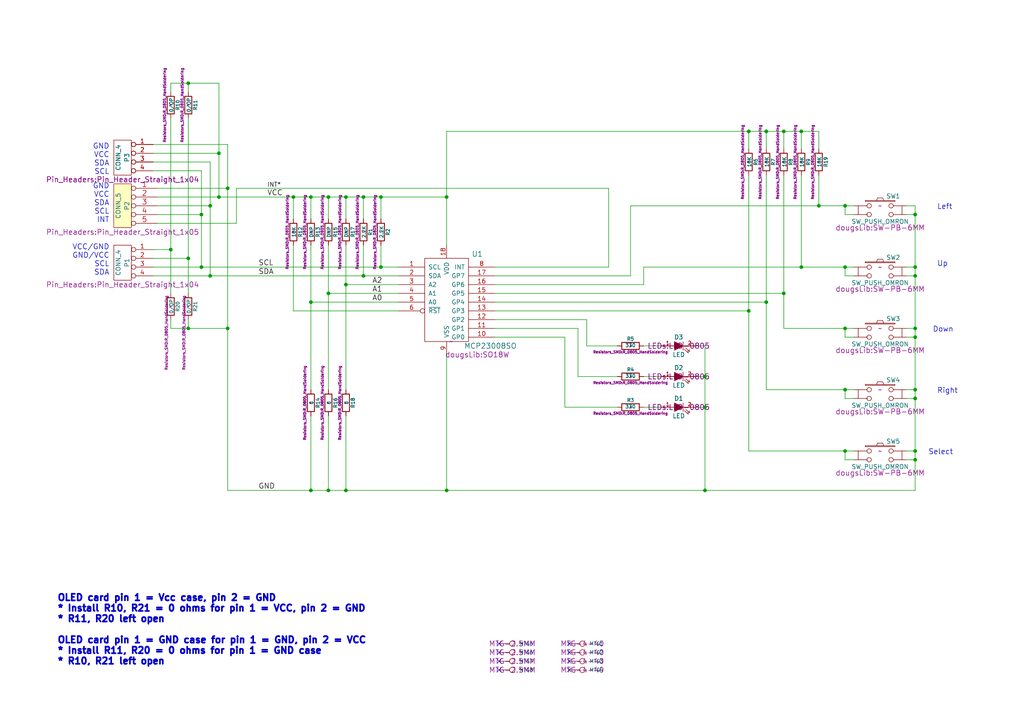
<source format=kicad_sch>
(kicad_sch (version 20211123) (generator eeschema)
  (paper "A4")
  (title_block (title "MYMENU") (date "2022-06-06") (rev "X4") (company "Land Boards LLC"))
  (lib_symbols
    (symbol "MyMenu-rescue:CONN_1" (pin_numbers hide) (pin_names (offset 0.762) hide)
      (property "Reference" "P" (at 2.032 0 0))
      (symbol "CONN_1_0_1"
        (polyline (pts (xy -0.762 0) (xy -1.27 0)))
        (circle (center 0 0) (radius 0.7874))
      )
      (symbol "CONN_1_1_1"
        (pin passive line (at -3.81 0 0) (length 2.54) (name "1") (number "1"))
      )
    )
    (symbol "MyMenu-rescue:CONN_4" (pin_names (offset 1.016) hide)
      (property "Reference" "P" (at -1.27 0 90))
      (property "Value" "CONN_4" (at 1.27 0 90))
      (symbol "CONN_4_0_1"
        (rectangle (start -2.54 5.08) (end 2.54 -5.08))
      )
      (symbol "CONN_4_1_1"
        (pin passive inverted (at -8.89 3.81 0) (length 6.35) (name "P1") (number "1"))
        (pin passive inverted (at -8.89 1.27 0) (length 6.35) (name "P2") (number "2"))
        (pin passive inverted (at -8.89 -1.27 0) (length 6.35) (name "P3") (number "3"))
        (pin passive inverted (at -8.89 -3.81 0) (length 6.35) (name "P4") (number "4"))
      )
    )
    (symbol "MyMenu-rescue:CONN_5" (pin_names (offset 1.016))
      (property "Reference" "P" (at -1.27 0 90))
      (property "Value" "CONN_5" (at 1.27 0 90))
      (symbol "CONN_5_0_1"
        (rectangle (start -2.54 6.35) (end 2.54 -6.35) (fill (type background)))
      )
      (symbol "CONN_5_1_1"
        (pin passive inverted (at -10.16 5.08 0) (length 7.62) (name "~") (number "1"))
        (pin passive inverted (at -10.16 2.54 0) (length 7.62) (name "~") (number "2"))
        (pin passive inverted (at -10.16 0 0) (length 7.62) (name "~") (number "3"))
        (pin passive inverted (at -10.16 -2.54 0) (length 7.62) (name "~") (number "4"))
        (pin passive inverted (at -10.16 -5.08 0) (length 7.62) (name "~") (number "5"))
      )
    )
    (symbol "MyMenu-rescue:LED-RESCUE-MyMenu" (pin_names (offset 1.016) hide)
      (property "Reference" "D" (at 0 2.54 0))
      (property "Value" "LED-RESCUE-MyMenu" (at 0 -2.54 0))
      (symbol "LED-RESCUE-MyMenu_0_1"
        (polyline (pts (xy 1.27 1.27) (xy 1.27 -1.27)))
        (polyline (pts (xy -1.27 1.27) (xy 1.27 0) (xy -1.27 -1.27)) (fill (type outline)))
        (polyline (pts (xy 1.651 -1.016) (xy 2.794 -2.032) (xy 2.667 -1.397)))
        (polyline (pts (xy 2.032 -0.635) (xy 3.175 -1.651) (xy 3.048 -1.016)))
      )
      (symbol "LED-RESCUE-MyMenu_1_1"
        (pin passive line (at -5.08 0 0) (length 3.81) (name "A") (number "1"))
        (pin passive line (at 5.08 0 180) (length 3.81) (name "K") (number "2"))
      )
    )
    (symbol "MyMenu-rescue:MCP23008P" (pin_names (offset 1.016))
      (property "Reference" "U" (at 7.62 25.4 0))
      (property "Value" "MCP23008P" (at 11.43 -1.27 0))
      (symbol "MCP23008P_0_1"
        (rectangle (start -7.62 0) (end 5.08 24.13))
      )
      (symbol "MCP23008P_1_1"
        (pin input line (at -15.24 21.59 0) (length 7.62) (name "SCL") (number "1"))
        (pin output line (at 12.7 1.27 180) (length 7.62) (name "GP0") (number "10"))
        (pin output line (at 12.7 3.81 180) (length 7.62) (name "GP1") (number "11"))
        (pin output line (at 12.7 6.35 180) (length 7.62) (name "GP2") (number "12"))
        (pin output line (at 12.7 8.89 180) (length 7.62) (name "GP3") (number "13"))
        (pin output line (at 12.7 11.43 180) (length 7.62) (name "GP4") (number "14"))
        (pin output line (at 12.7 13.97 180) (length 7.62) (name "GP5") (number "15"))
        (pin output line (at 12.7 16.51 180) (length 7.62) (name "GP6") (number "16"))
        (pin bidirectional line (at 12.7 19.05 180) (length 7.62) (name "GP7") (number "17"))
        (pin power_in line (at -1.27 27.94 270) (length 3.81) (name "VDD") (number "18"))
        (pin input line (at -15.24 19.05 0) (length 7.62) (name "SDA") (number "2"))
        (pin input line (at -15.24 16.51 0) (length 7.62) (name "A2") (number "3"))
        (pin input line (at -15.24 13.97 0) (length 7.62) (name "A1") (number "4"))
        (pin input line (at -15.24 11.43 0) (length 7.62) (name "A0") (number "5"))
        (pin input inverted (at -15.24 8.89 0) (length 7.62) (name "~{RST}") (number "6"))
        (pin output line (at 12.7 21.59 180) (length 7.62) (name "INT") (number "8"))
        (pin power_in line (at -1.27 -3.81 90) (length 3.81) (name "VSS") (number "9"))
      )
    )
    (symbol "MyMenu-rescue:R" (pin_numbers hide) (pin_names (offset 0))
      (property "Reference" "R" (at 2.032 0 90))
      (property "Value" "R" (at 0 0 90))
      (symbol "R_0_1"
        (rectangle (start -1.016 -2.54) (end 1.016 2.54) (stroke (width 0.254)))
      )
      (symbol "R_1_1"
        (pin passive line (at 0 3.81 270) (length 1.27) (name "~") (number "1"))
        (pin passive line (at 0 -3.81 90) (length 1.27) (name "~") (number "2"))
      )
    )
    (symbol "MyMenu-rescue:SW_PUSH_OMRON" (pin_numbers hide) (pin_names (offset 1.016) hide)
      (property "Reference" "SW" (at 3.81 2.794 0))
      (property "Value" "SW_PUSH_OMRON" (at 0 -4.572 0))
      (symbol "SW_PUSH_OMRON_0_1"
        (rectangle (start -4.318 1.27) (end 4.318 1.524))
        (circle (center -3.81 -2.54) (radius 0.0001))
        (polyline (pts (xy -6.35 0) (xy -6.35 -2.54)))
        (polyline (pts (xy 6.35 0) (xy 6.35 -2.54)))
        (polyline (pts (xy -1.016 1.524) (xy -0.762 2.286) (xy 0.762 2.286) (xy 1.016 1.524)))
        (pin passive inverted (at -7.62 0 0) (length 5.08) (name "1") (number "1"))
        (pin passive inverted (at 7.62 0 180) (length 5.08) (name "3") (number "3"))
      )
      (symbol "SW_PUSH_OMRON_1_1"
        (pin passive inverted (at -7.62 -2.54 0) (length 5.08) (name "2") (number "2"))
        (pin passive inverted (at 7.62 -2.54 180) (length 5.08) (name "4") (number "4"))
      )
    )
  )
  (junction (at 63.5 57.15))
  (junction (at 95.25 57.15))
  (junction (at 265.43 97.79))
  (junction (at 265.43 130.81))
  (junction (at 265.43 95.25))
  (junction (at 204.47 118.11))
  (junction (at 245.11 130.81))
  (junction (at 110.49 57.15))
  (junction (at 204.47 109.22))
  (junction (at 60.96 80.01))
  (junction (at 90.17 142.24))
  (junction (at 245.11 59.69))
  (junction (at 63.5 44.45))
  (junction (at 95.25 142.24))
  (junction (at 58.42 77.47))
  (junction (at 60.96 59.69))
  (junction (at 227.33 38.1))
  (junction (at 245.11 113.03))
  (junction (at 90.17 87.63))
  (junction (at 204.47 142.24))
  (junction (at 129.54 57.15))
  (junction (at 90.17 57.15))
  (junction (at 85.09 57.15))
  (junction (at 54.61 24.13))
  (junction (at 217.17 38.1))
  (junction (at 222.25 87.63))
  (junction (at 265.43 133.35))
  (junction (at 66.04 95.25))
  (junction (at 129.54 142.24))
  (junction (at 54.61 74.93))
  (junction (at 232.41 38.1))
  (junction (at 227.33 85.09))
  (junction (at 265.43 115.57))
  (junction (at 265.43 62.23))
  (junction (at 265.43 80.01))
  (junction (at 245.11 77.47))
  (junction (at 66.04 54.61))
  (junction (at 95.25 85.09))
  (junction (at 232.41 77.47))
  (junction (at 217.17 90.17))
  (junction (at 237.49 59.69))
  (junction (at 100.33 142.24))
  (junction (at 105.41 57.15))
  (junction (at 265.43 113.03))
  (junction (at 100.33 82.55))
  (junction (at 265.43 77.47))
  (junction (at 49.53 72.39))
  (junction (at 54.61 95.25))
  (junction (at 110.49 77.47))
  (junction (at 105.41 80.01))
  (junction (at 222.25 38.1))
  (junction (at 100.33 57.15))
  (junction (at 58.42 62.23))
  (junction (at 245.11 95.25))
  (no_connect (at 144.78 194.31))
  (no_connect (at 165.1 186.69))
  (no_connect (at 165.1 189.23))
  (no_connect (at 144.78 189.23))
  (no_connect (at 165.1 191.77))
  (no_connect (at 144.78 191.77))
  (no_connect (at 144.78 186.69))
  (no_connect (at 165.1 194.31))
  (wire (pts (xy 44.45 80.01) (xy 60.96 80.01)))
  (wire (pts (xy 68.58 64.77) (xy 68.58 54.61)))
  (wire (pts (xy 262.89 80.01) (xy 265.43 80.01)))
  (wire (pts (xy 105.41 57.15) (xy 110.49 57.15)))
  (wire (pts (xy 217.17 38.1) (xy 222.25 38.1)))
  (wire (pts (xy 90.17 87.63) (xy 115.57 87.63)))
  (wire (pts (xy 95.25 85.09) (xy 95.25 113.03)))
  (wire (pts (xy 143.51 87.63) (xy 222.25 87.63)))
  (wire (pts (xy 100.33 82.55) (xy 100.33 113.03)))
  (wire (pts (xy 262.89 113.03) (xy 265.43 113.03)))
  (wire (pts (xy 262.89 95.25) (xy 265.43 95.25)))
  (wire (pts (xy 143.51 80.01) (xy 182.88 80.01)))
  (wire (pts (xy 143.51 82.55) (xy 186.69 82.55)))
  (wire (pts (xy 222.25 113.03) (xy 245.11 113.03)))
  (wire (pts (xy 49.53 34.29) (xy 49.53 72.39)))
  (wire (pts (xy 204.47 142.24) (xy 129.54 142.24)))
  (wire (pts (xy 237.49 59.69) (xy 245.11 59.69)))
  (wire (pts (xy 90.17 87.63) (xy 90.17 113.03)))
  (wire (pts (xy 49.53 24.13) (xy 54.61 24.13)))
  (wire (pts (xy 44.45 49.53) (xy 58.42 49.53)))
  (wire (pts (xy 44.45 74.93) (xy 54.61 74.93)))
  (wire (pts (xy 105.41 80.01) (xy 115.57 80.01)))
  (wire (pts (xy 262.89 62.23) (xy 265.43 62.23)))
  (wire (pts (xy 245.11 113.03) (xy 247.65 113.03)))
  (wire (pts (xy 222.25 43.18) (xy 222.25 38.1)))
  (wire (pts (xy 66.04 41.91) (xy 66.04 54.61)))
  (wire (pts (xy 245.11 62.23) (xy 245.11 59.69)))
  (wire (pts (xy 100.33 57.15) (xy 105.41 57.15)))
  (wire (pts (xy 217.17 130.81) (xy 245.11 130.81)))
  (wire (pts (xy 100.33 142.24) (xy 129.54 142.24)))
  (wire (pts (xy 85.09 90.17) (xy 85.09 71.12)))
  (wire (pts (xy 186.69 82.55) (xy 186.69 77.47)))
  (wire (pts (xy 265.43 113.03) (xy 265.43 115.57)))
  (wire (pts (xy 227.33 95.25) (xy 245.11 95.25)))
  (wire (pts (xy 262.89 77.47) (xy 265.43 77.47)))
  (wire (pts (xy 143.51 92.71) (xy 170.18 92.71)))
  (wire (pts (xy 186.69 118.11) (xy 191.77 118.11)))
  (wire (pts (xy 182.88 80.01) (xy 182.88 59.69)))
  (wire (pts (xy 265.43 115.57) (xy 265.43 130.81)))
  (wire (pts (xy 182.88 59.69) (xy 237.49 59.69)))
  (wire (pts (xy 201.93 100.33) (xy 204.47 100.33)))
  (wire (pts (xy 44.45 44.45) (xy 63.5 44.45)))
  (wire (pts (xy 85.09 57.15) (xy 90.17 57.15)))
  (wire (pts (xy 167.64 109.22) (xy 167.64 95.25)))
  (wire (pts (xy 262.89 59.69) (xy 265.43 59.69)))
  (wire (pts (xy 100.33 57.15) (xy 100.33 63.5)))
  (wire (pts (xy 54.61 95.25) (xy 66.04 95.25)))
  (wire (pts (xy 237.49 38.1) (xy 237.49 43.18)))
  (wire (pts (xy 110.49 77.47) (xy 110.49 71.12)))
  (wire (pts (xy 95.25 57.15) (xy 95.25 63.5)))
  (wire (pts (xy 245.11 59.69) (xy 247.65 59.69)))
  (wire (pts (xy 245.11 80.01) (xy 245.11 77.47)))
  (wire (pts (xy 66.04 41.91) (xy 44.45 41.91)))
  (wire (pts (xy 265.43 142.24) (xy 204.47 142.24)))
  (wire (pts (xy 204.47 118.11) (xy 204.47 142.24)))
  (wire (pts (xy 95.25 142.24) (xy 100.33 142.24)))
  (wire (pts (xy 90.17 120.65) (xy 90.17 142.24)))
  (wire (pts (xy 204.47 118.11) (xy 204.47 109.22)))
  (wire (pts (xy 247.65 115.57) (xy 245.11 115.57)))
  (wire (pts (xy 105.41 57.15) (xy 105.41 63.5)))
  (wire (pts (xy 129.54 38.1) (xy 129.54 57.15)))
  (wire (pts (xy 170.18 100.33) (xy 179.07 100.33)))
  (wire (pts (xy 176.53 77.47) (xy 176.53 54.61)))
  (wire (pts (xy 186.69 77.47) (xy 232.41 77.47)))
  (wire (pts (xy 176.53 54.61) (xy 68.58 54.61)))
  (wire (pts (xy 265.43 95.25) (xy 265.43 97.79)))
  (wire (pts (xy 227.33 43.18) (xy 227.33 38.1)))
  (wire (pts (xy 245.11 115.57) (xy 245.11 113.03)))
  (wire (pts (xy 45.72 59.69) (xy 60.96 59.69)))
  (wire (pts (xy 63.5 57.15) (xy 85.09 57.15)))
  (wire (pts (xy 262.89 130.81) (xy 265.43 130.81)))
  (wire (pts (xy 245.11 130.81) (xy 247.65 130.81)))
  (wire (pts (xy 129.54 57.15) (xy 129.54 71.12)))
  (wire (pts (xy 245.11 133.35) (xy 245.11 130.81)))
  (wire (pts (xy 58.42 62.23) (xy 45.72 62.23)))
  (wire (pts (xy 63.5 44.45) (xy 63.5 57.15)))
  (wire (pts (xy 115.57 85.09) (xy 95.25 85.09)))
  (wire (pts (xy 227.33 50.8) (xy 227.33 85.09)))
  (wire (pts (xy 170.18 92.71) (xy 170.18 100.33)))
  (wire (pts (xy 45.72 57.15) (xy 63.5 57.15)))
  (wire (pts (xy 66.04 142.24) (xy 90.17 142.24)))
  (wire (pts (xy 201.93 118.11) (xy 204.47 118.11)))
  (wire (pts (xy 100.33 82.55) (xy 115.57 82.55)))
  (wire (pts (xy 232.41 43.18) (xy 232.41 38.1)))
  (wire (pts (xy 265.43 62.23) (xy 265.43 77.47)))
  (wire (pts (xy 179.07 109.22) (xy 167.64 109.22)))
  (wire (pts (xy 44.45 72.39) (xy 49.53 72.39)))
  (wire (pts (xy 60.96 59.69) (xy 60.96 80.01)))
  (wire (pts (xy 49.53 92.71) (xy 49.53 95.25)))
  (wire (pts (xy 44.45 46.99) (xy 60.96 46.99)))
  (wire (pts (xy 95.25 120.65) (xy 95.25 142.24)))
  (wire (pts (xy 110.49 57.15) (xy 110.49 63.5)))
  (wire (pts (xy 232.41 38.1) (xy 237.49 38.1)))
  (wire (pts (xy 247.65 62.23) (xy 245.11 62.23)))
  (wire (pts (xy 58.42 62.23) (xy 58.42 77.47)))
  (wire (pts (xy 45.72 54.61) (xy 66.04 54.61)))
  (wire (pts (xy 100.33 71.12) (xy 100.33 82.55)))
  (wire (pts (xy 186.69 100.33) (xy 191.77 100.33)))
  (wire (pts (xy 186.69 109.22) (xy 191.77 109.22)))
  (wire (pts (xy 54.61 34.29) (xy 54.61 74.93)))
  (wire (pts (xy 227.33 85.09) (xy 227.33 95.25)))
  (wire (pts (xy 45.72 64.77) (xy 68.58 64.77)))
  (wire (pts (xy 90.17 71.12) (xy 90.17 87.63)))
  (wire (pts (xy 227.33 38.1) (xy 232.41 38.1)))
  (wire (pts (xy 143.51 85.09) (xy 227.33 85.09)))
  (wire (pts (xy 143.51 77.47) (xy 176.53 77.47)))
  (wire (pts (xy 217.17 38.1) (xy 217.17 43.18)))
  (wire (pts (xy 100.33 142.24) (xy 100.33 120.65)))
  (wire (pts (xy 95.25 57.15) (xy 100.33 57.15)))
  (wire (pts (xy 110.49 77.47) (xy 115.57 77.47)))
  (wire (pts (xy 110.49 57.15) (xy 129.54 57.15)))
  (wire (pts (xy 60.96 46.99) (xy 60.96 59.69)))
  (wire (pts (xy 201.93 109.22) (xy 204.47 109.22)))
  (wire (pts (xy 44.45 77.47) (xy 58.42 77.47)))
  (wire (pts (xy 247.65 97.79) (xy 245.11 97.79)))
  (wire (pts (xy 49.53 24.13) (xy 49.53 26.67)))
  (wire (pts (xy 54.61 26.67) (xy 54.61 24.13)))
  (wire (pts (xy 129.54 38.1) (xy 217.17 38.1)))
  (wire (pts (xy 95.25 71.12) (xy 95.25 85.09)))
  (wire (pts (xy 247.65 80.01) (xy 245.11 80.01)))
  (wire (pts (xy 66.04 54.61) (xy 66.04 95.25)))
  (wire (pts (xy 54.61 74.93) (xy 54.61 85.09)))
  (wire (pts (xy 265.43 97.79) (xy 265.43 113.03)))
  (wire (pts (xy 129.54 102.87) (xy 129.54 142.24)))
  (wire (pts (xy 247.65 133.35) (xy 245.11 133.35)))
  (wire (pts (xy 115.57 90.17) (xy 85.09 90.17)))
  (wire (pts (xy 232.41 77.47) (xy 245.11 77.47)))
  (wire (pts (xy 265.43 133.35) (xy 265.43 142.24)))
  (wire (pts (xy 143.51 97.79) (xy 163.83 97.79)))
  (wire (pts (xy 60.96 80.01) (xy 105.41 80.01)))
  (wire (pts (xy 204.47 109.22) (xy 204.47 100.33)))
  (wire (pts (xy 245.11 97.79) (xy 245.11 95.25)))
  (wire (pts (xy 58.42 49.53) (xy 58.42 62.23)))
  (wire (pts (xy 222.25 87.63) (xy 222.25 113.03)))
  (wire (pts (xy 262.89 115.57) (xy 265.43 115.57)))
  (wire (pts (xy 245.11 77.47) (xy 247.65 77.47)))
  (wire (pts (xy 54.61 24.13) (xy 63.5 24.13)))
  (wire (pts (xy 222.25 38.1) (xy 227.33 38.1)))
  (wire (pts (xy 105.41 80.01) (xy 105.41 71.12)))
  (wire (pts (xy 63.5 24.13) (xy 63.5 44.45)))
  (wire (pts (xy 222.25 50.8) (xy 222.25 87.63)))
  (wire (pts (xy 66.04 95.25) (xy 66.04 142.24)))
  (wire (pts (xy 85.09 57.15) (xy 85.09 63.5)))
  (wire (pts (xy 143.51 90.17) (xy 217.17 90.17)))
  (wire (pts (xy 163.83 118.11) (xy 179.07 118.11)))
  (wire (pts (xy 217.17 50.8) (xy 217.17 90.17)))
  (wire (pts (xy 90.17 57.15) (xy 90.17 63.5)))
  (wire (pts (xy 167.64 95.25) (xy 143.51 95.25)))
  (wire (pts (xy 265.43 77.47) (xy 265.43 80.01)))
  (wire (pts (xy 54.61 92.71) (xy 54.61 95.25)))
  (wire (pts (xy 49.53 95.25) (xy 54.61 95.25)))
  (wire (pts (xy 90.17 142.24) (xy 95.25 142.24)))
  (wire (pts (xy 90.17 57.15) (xy 95.25 57.15)))
  (wire (pts (xy 163.83 97.79) (xy 163.83 118.11)))
  (wire (pts (xy 49.53 72.39) (xy 49.53 85.09)))
  (wire (pts (xy 265.43 130.81) (xy 265.43 133.35)))
  (wire (pts (xy 232.41 50.8) (xy 232.41 77.47)))
  (wire (pts (xy 237.49 50.8) (xy 237.49 59.69)))
  (wire (pts (xy 265.43 80.01) (xy 265.43 95.25)))
  (wire (pts (xy 265.43 59.69) (xy 265.43 62.23)))
  (wire (pts (xy 58.42 77.47) (xy 110.49 77.47)))
  (wire (pts (xy 217.17 90.17) (xy 217.17 130.81)))
  (wire (pts (xy 262.89 133.35) (xy 265.43 133.35)))
  (wire (pts (xy 245.11 95.25) (xy 247.65 95.25)))
  (wire (pts (xy 262.89 97.79) (xy 265.43 97.79)))
  (text "Left" (at 271.78 60.96 0) (effects (font (size 1.524 1.524)) (justify left bottom)))
  (text "GND\nVCC\nSDA\nSCL" (at 31.75 50.8 180) (effects (font (size 1.524 1.524)) (justify right bottom)))
  (text "Up" (at 271.78 77.47 0) (effects (font (size 1.524 1.524)) (justify left bottom)))
  (text "VCC/GND\nGND/VCC\nSCL\nSDA" (at 31.75 80.01 180) (effects (font (size 1.524 1.524)) (justify right bottom)))
  (text "Right" (at 271.78 114.3 0) (effects (font (size 1.524 1.524)) (justify left bottom)))
  (text "OLED card pin 1 = Vcc case, pin 2 = GND\n* Install R10, R21 = 0 ohms for pin 1 = VCC, pin 2 = GND\n* R11, R20 left open\n\nOLED card pin 1 = GND case for pin 1 = GND, pin 2 = VCC\n* Install R11, R20 = 0 ohms for pin 1 = GND case\n* R10, R21 left open\n" (at 16.51 193.04 0) (effects (font (size 1.905 1.905) (thickness 0.508) bold) (justify left bottom)))
  (text "Down" (at 270.51 96.52 0) (effects (font (size 1.524 1.524)) (justify left bottom)))
  (text "Select" (at 269.24 132.08 0) (effects (font (size 1.524 1.524)) (justify left bottom)))
  (text "GND\nVCC\nSDA\nSCL\nINT" (at 31.75 64.77 180) (effects (font (size 1.524 1.524)) (justify right bottom)))
  (label "SCL" (at 74.93 77.47 0) (effects (font (size 1.524 1.524))))
  (label "SDA" (at 74.93 80.01 0) (effects (font (size 1.524 1.524))))
  (label "A2" (at 107.95 82.55 0) (effects (font (size 1.524 1.524))))
  (label "A1" (at 107.95 85.09 0) (effects (font (size 1.524 1.524))))
  (label "INT*" (at 77.47 54.61 0))
  (label "VCC" (at 77.47 57.15 0) (effects (font (size 1.524 1.524))))
  (label "A0" (at 107.95 87.63 0) (effects (font (size 1.524 1.524))))
  (label "GND" (at 74.93 142.24 0) (effects (font (size 1.524 1.524))))
  (symbol (lib_id "MyMenu-rescue:CONN_1") (at 168.91 186.69 0) (unit 1)
    (property "Reference" "MTG1" (at 170.942 186.69 0) (effects (font (size 1.016 1.016)) (justify left)))
    (property "Value" "CONN_1" (effects hide))
    (property "Footprint" "MTG-4-40" (at 168.91 186.69 0) (effects (font (size 1.524 1.524))))
  )
  (symbol (lib_id "MyMenu-rescue:CONN_1") (at 168.91 189.23 0) (unit 1)
    (property "Reference" "MTG2" (at 170.942 189.23 0) (effects (font (size 1.016 1.016)) (justify left)))
    (property "Value" "CONN_1" (effects hide))
    (property "Footprint" "MTG-4-40" (at 168.91 189.23 0) (effects (font (size 1.524 1.524))))
  )
  (symbol (lib_id "MyMenu-rescue:CONN_1") (at 168.91 191.77 0) (unit 1)
    (property "Reference" "MTG3" (at 170.942 191.77 0) (effects (font (size 1.016 1.016)) (justify left)))
    (property "Value" "CONN_1" (effects hide))
    (property "Footprint" "MTG-4-40" (at 168.91 191.77 0) (effects (font (size 1.524 1.524))))
  )
  (symbol (lib_id "MyMenu-rescue:CONN_1") (at 168.91 194.31 0) (unit 1)
    (property "Reference" "MTG4" (at 170.942 194.31 0) (effects (font (size 1.016 1.016)) (justify left)))
    (property "Value" "CONN_1" (effects hide))
    (property "Footprint" "MTG-4-40" (at 168.91 194.31 0) (effects (font (size 1.524 1.524))))
  )
  (symbol (lib_id "MyMenu-rescue:SW_PUSH_OMRON") (at 255.27 59.69 0) (unit 1)
    (property "Reference" "SW1" (at 259.08 56.896 0))
    (property "Value" "SW_PUSH_OMRON" (at 255.27 64.262 0))
    (property "Footprint" "dougsLib:SW-PB-6MM" (at 255.27 66.04 0) (effects (font (size 1.524 1.524))))
    (property "Datasheet" "~" (at 255.27 59.69 0) (effects (font (size 1.524 1.524))))
  )
  (symbol (lib_id "MyMenu-rescue:SW_PUSH_OMRON") (at 255.27 77.47 0) (unit 1)
    (property "Reference" "SW2" (at 259.08 74.676 0))
    (property "Value" "SW_PUSH_OMRON" (at 255.27 82.042 0))
    (property "Footprint" "dougsLib:SW-PB-6MM" (at 255.27 83.82 0) (effects (font (size 1.524 1.524))))
    (property "Datasheet" "~" (at 255.27 77.47 0) (effects (font (size 1.524 1.524))))
  )
  (symbol (lib_id "MyMenu-rescue:SW_PUSH_OMRON") (at 255.27 95.25 0) (unit 1)
    (property "Reference" "SW3" (at 259.08 92.456 0))
    (property "Value" "SW_PUSH_OMRON" (at 255.27 99.822 0))
    (property "Footprint" "dougsLib:SW-PB-6MM" (at 255.27 101.6 0) (effects (font (size 1.524 1.524))))
    (property "Datasheet" "~" (at 255.27 95.25 0) (effects (font (size 1.524 1.524))))
  )
  (symbol (lib_id "MyMenu-rescue:SW_PUSH_OMRON") (at 255.27 113.03 0) (unit 1)
    (property "Reference" "SW4" (at 259.08 110.236 0))
    (property "Value" "SW_PUSH_OMRON" (at 255.27 117.602 0))
    (property "Footprint" "dougsLib:SW-PB-6MM" (at 255.27 119.38 0) (effects (font (size 1.524 1.524))))
    (property "Datasheet" "~" (at 255.27 113.03 0) (effects (font (size 1.524 1.524))))
  )
  (symbol (lib_id "MyMenu-rescue:SW_PUSH_OMRON") (at 255.27 130.81 0) (unit 1)
    (property "Reference" "SW5" (at 259.08 128.016 0))
    (property "Value" "SW_PUSH_OMRON" (at 255.27 135.382 0))
    (property "Footprint" "dougsLib:SW-PB-6MM" (at 255.27 137.16 0) (effects (font (size 1.524 1.524))))
    (property "Datasheet" "~" (at 255.27 130.81 0) (effects (font (size 1.524 1.524))))
  )
  (symbol (lib_id "MyMenu-rescue:MCP23008P") (at 130.81 99.06 0) (unit 1)
    (property "Reference" "U1" (at 138.43 73.66 0) (effects (font (size 1.524 1.524))))
    (property "Value" "MCP23008SO" (at 142.24 100.33 0) (effects (font (size 1.524 1.524))))
    (property "Footprint" "dougsLib:SO18W" (at 138.43 102.87 0) (effects (font (size 1.524 1.524))))
    (property "Datasheet" "~" (at 130.81 99.06 0) (effects (font (size 1.524 1.524))))
  )
  (symbol (lib_id "MyMenu-rescue:R") (at 237.49 46.99 0) (unit 1)
    (property "Reference" "R19" (at 239.522 46.99 90) (effects (font (size 1.016 1.016))))
    (property "Value" "10K" (at 237.6678 46.9646 90) (effects (font (size 1.016 1.016))))
    (property "Footprint" "Resistors_SMD:R_0805_HandSoldering" (at 235.712 46.99 90) (effects (font (size 0.762 0.762))))
    (property "Datasheet" "~" (at 237.49 46.99 0) (effects (font (size 0.762 0.762))))
  )
  (symbol (lib_id "MyMenu-rescue:R") (at 232.41 46.99 0) (unit 1)
    (property "Reference" "R9" (at 234.442 46.99 90) (effects (font (size 1.016 1.016))))
    (property "Value" "10K" (at 232.5878 46.9646 90) (effects (font (size 1.016 1.016))))
    (property "Footprint" "Resistors_SMD:R_0805_HandSoldering" (at 230.632 46.99 90) (effects (font (size 0.762 0.762))))
    (property "Datasheet" "~" (at 232.41 46.99 0) (effects (font (size 0.762 0.762))))
  )
  (symbol (lib_id "MyMenu-rescue:R") (at 227.33 46.99 0) (unit 1)
    (property "Reference" "R8" (at 229.362 46.99 90) (effects (font (size 1.016 1.016))))
    (property "Value" "10K" (at 227.5078 46.9646 90) (effects (font (size 1.016 1.016))))
    (property "Footprint" "Resistors_SMD:R_0805_HandSoldering" (at 225.552 46.99 90) (effects (font (size 0.762 0.762))))
    (property "Datasheet" "~" (at 227.33 46.99 0) (effects (font (size 0.762 0.762))))
  )
  (symbol (lib_id "MyMenu-rescue:R") (at 222.25 46.99 0) (unit 1)
    (property "Reference" "R7" (at 224.282 46.99 90) (effects (font (size 1.016 1.016))))
    (property "Value" "10K" (at 222.4278 46.9646 90) (effects (font (size 1.016 1.016))))
    (property "Footprint" "Resistors_SMD:R_0805_HandSoldering" (at 220.472 46.99 90) (effects (font (size 0.762 0.762))))
    (property "Datasheet" "~" (at 222.25 46.99 0) (effects (font (size 0.762 0.762))))
  )
  (symbol (lib_id "MyMenu-rescue:R") (at 217.17 46.99 0) (unit 1)
    (property "Reference" "R6" (at 219.202 46.99 90) (effects (font (size 1.016 1.016))))
    (property "Value" "10K" (at 217.3478 46.9646 90) (effects (font (size 1.016 1.016))))
    (property "Footprint" "Resistors_SMD:R_0805_HandSoldering" (at 215.392 46.99 90) (effects (font (size 0.762 0.762))))
    (property "Datasheet" "~" (at 217.17 46.99 0) (effects (font (size 0.762 0.762))))
  )
  (symbol (lib_id "MyMenu-rescue:LED-RESCUE-MyMenu") (at 196.85 100.33 0) (unit 1)
    (property "Reference" "D3" (at 196.85 97.79 0))
    (property "Value" "LED" (at 196.85 102.87 0))
    (property "Footprint" "LEDs:LED-0805" (at 196.85 100.33 0) (effects (font (size 1.524 1.524))))
    (property "Datasheet" "~" (at 196.85 100.33 0) (effects (font (size 1.524 1.524))))
  )
  (symbol (lib_id "MyMenu-rescue:LED-RESCUE-MyMenu") (at 196.85 109.22 0) (unit 1)
    (property "Reference" "D2" (at 196.85 106.68 0))
    (property "Value" "LED" (at 196.85 111.76 0))
    (property "Footprint" "LEDs:LED-0805" (at 196.85 109.22 0) (effects (font (size 1.524 1.524))))
    (property "Datasheet" "~" (at 196.85 109.22 0) (effects (font (size 1.524 1.524))))
  )
  (symbol (lib_id "MyMenu-rescue:LED-RESCUE-MyMenu") (at 196.85 118.11 0) (unit 1)
    (property "Reference" "D1" (at 196.85 115.57 0))
    (property "Value" "LED" (at 196.85 120.65 0))
    (property "Footprint" "LEDs:LED-0805" (at 196.85 118.11 0) (effects (font (size 1.524 1.524))))
    (property "Datasheet" "~" (at 196.85 118.11 0) (effects (font (size 1.524 1.524))))
  )
  (symbol (lib_id "MyMenu-rescue:R") (at 182.88 100.33 90) (unit 1)
    (property "Reference" "R5" (at 182.88 98.298 90) (effects (font (size 1.016 1.016))))
    (property "Value" "330" (at 182.8546 100.1522 90) (effects (font (size 1.016 1.016))))
    (property "Footprint" "Resistors_SMD:R_0805_HandSoldering" (at 182.88 102.108 90) (effects (font (size 0.762 0.762))))
    (property "Datasheet" "~" (at 182.88 100.33 0) (effects (font (size 0.762 0.762))))
  )
  (symbol (lib_id "MyMenu-rescue:R") (at 182.88 109.22 90) (unit 1)
    (property "Reference" "R4" (at 182.88 107.188 90) (effects (font (size 1.016 1.016))))
    (property "Value" "330" (at 182.8546 109.0422 90) (effects (font (size 1.016 1.016))))
    (property "Footprint" "Resistors_SMD:R_0805_HandSoldering" (at 182.88 110.998 90) (effects (font (size 0.762 0.762))))
    (property "Datasheet" "~" (at 182.88 109.22 0) (effects (font (size 0.762 0.762))))
  )
  (symbol (lib_id "MyMenu-rescue:R") (at 182.88 118.11 90) (unit 1)
    (property "Reference" "R3" (at 182.88 116.078 90) (effects (font (size 1.016 1.016))))
    (property "Value" "330" (at 182.8546 117.9322 90) (effects (font (size 1.016 1.016))))
    (property "Footprint" "Resistors_SMD:R_0805_HandSoldering" (at 182.88 119.888 90) (effects (font (size 0.762 0.762))))
    (property "Datasheet" "~" (at 182.88 118.11 0) (effects (font (size 0.762 0.762))))
  )
  (symbol (lib_id "MyMenu-rescue:R") (at 110.49 67.31 0) (unit 1)
    (property "Reference" "R2" (at 112.522 67.31 90) (effects (font (size 1.016 1.016))))
    (property "Value" "2.2K" (at 110.6678 67.2846 90) (effects (font (size 1.016 1.016))))
    (property "Footprint" "Resistors_SMD:R_0805_HandSoldering" (at 108.712 67.31 90) (effects (font (size 0.762 0.762))))
    (property "Datasheet" "~" (at 110.49 67.31 0) (effects (font (size 0.762 0.762))))
  )
  (symbol (lib_id "MyMenu-rescue:R") (at 105.41 67.31 0) (unit 1)
    (property "Reference" "R1" (at 107.442 67.31 90) (effects (font (size 1.016 1.016))))
    (property "Value" "2.2K" (at 105.5878 67.2846 90) (effects (font (size 1.016 1.016))))
    (property "Footprint" "Resistors_SMD:R_0805_HandSoldering" (at 103.632 67.31 90) (effects (font (size 0.762 0.762))))
    (property "Datasheet" "~" (at 105.41 67.31 0) (effects (font (size 0.762 0.762))))
  )
  (symbol (lib_id "MyMenu-rescue:R") (at 100.33 67.31 0) (unit 1)
    (property "Reference" "R17" (at 102.362 67.31 90) (effects (font (size 1.016 1.016))))
    (property "Value" "DNP" (at 100.5078 67.2846 90) (effects (font (size 1.016 1.016))))
    (property "Footprint" "Resistors_SMD:R_0805_HandSoldering" (at 98.552 67.31 90) (effects (font (size 0.762 0.762))))
    (property "Datasheet" "~" (at 100.33 67.31 0) (effects (font (size 0.762 0.762))))
  )
  (symbol (lib_id "MyMenu-rescue:R") (at 95.25 67.31 0) (unit 1)
    (property "Reference" "R15" (at 97.282 67.31 90) (effects (font (size 1.016 1.016))))
    (property "Value" "DNP" (at 95.4278 67.2846 90) (effects (font (size 1.016 1.016))))
    (property "Footprint" "Resistors_SMD:R_0805_HandSoldering" (at 93.472 67.31 90) (effects (font (size 0.762 0.762))))
    (property "Datasheet" "~" (at 95.25 67.31 0) (effects (font (size 0.762 0.762))))
  )
  (symbol (lib_id "MyMenu-rescue:R") (at 90.17 67.31 0) (unit 1)
    (property "Reference" "R13" (at 92.202 67.31 90) (effects (font (size 1.016 1.016))))
    (property "Value" "DNP" (at 90.3478 67.2846 90) (effects (font (size 1.016 1.016))))
    (property "Footprint" "Resistors_SMD:R_0805_HandSoldering" (at 88.392 67.31 90) (effects (font (size 0.762 0.762))))
    (property "Datasheet" "~" (at 90.17 67.31 0) (effects (font (size 0.762 0.762))))
  )
  (symbol (lib_id "MyMenu-rescue:R") (at 85.09 67.31 0) (unit 1)
    (property "Reference" "R12" (at 87.122 67.31 90) (effects (font (size 1.016 1.016))))
    (property "Value" "10K" (at 85.2678 67.2846 90) (effects (font (size 1.016 1.016))))
    (property "Footprint" "Resistors_SMD:R_0805_HandSoldering" (at 83.312 67.31 90) (effects (font (size 0.762 0.762))))
    (property "Datasheet" "~" (at 85.09 67.31 0) (effects (font (size 0.762 0.762))))
  )
  (symbol (lib_id "MyMenu-rescue:CONN_4") (at 35.56 76.2 0) (mirror y) (unit 1)
    (property "Reference" "P1" (at 36.83 76.2 90))
    (property "Value" "CONN_4" (at 34.29 76.2 90))
    (property "Footprint" "Pin_Headers:Pin_Header_Straight_1x04" (at 35.56 82.55 0) (effects (font (size 1.524 1.524))))
  )
  (symbol (lib_id "MyMenu-rescue:R") (at 100.33 116.84 0) (unit 1)
    (property "Reference" "R18" (at 102.362 116.84 90) (effects (font (size 1.016 1.016))))
    (property "Value" "0" (at 100.5078 116.8146 90) (effects (font (size 1.016 1.016))))
    (property "Footprint" "Resistors_SMD:R_0805_HandSoldering" (at 98.552 116.84 90) (effects (font (size 0.762 0.762))))
    (property "Datasheet" "~" (at 100.33 116.84 0) (effects (font (size 0.762 0.762))))
  )
  (symbol (lib_id "MyMenu-rescue:R") (at 95.25 116.84 0) (unit 1)
    (property "Reference" "R16" (at 97.282 116.84 90) (effects (font (size 1.016 1.016))))
    (property "Value" "0" (at 95.4278 116.8146 90) (effects (font (size 1.016 1.016))))
    (property "Footprint" "Resistors_SMD:R_0805_HandSoldering" (at 93.472 116.84 90) (effects (font (size 0.762 0.762))))
    (property "Datasheet" "~" (at 95.25 116.84 0) (effects (font (size 0.762 0.762))))
  )
  (symbol (lib_id "MyMenu-rescue:R") (at 90.17 116.84 0) (unit 1)
    (property "Reference" "R14" (at 92.202 116.84 90) (effects (font (size 1.016 1.016))))
    (property "Value" "0" (at 90.3478 116.8146 90) (effects (font (size 1.016 1.016))))
    (property "Footprint" "Resistors_SMD:R_0805_HandSoldering" (at 88.392 116.84 90) (effects (font (size 0.762 0.762))))
    (property "Datasheet" "~" (at 90.17 116.84 0) (effects (font (size 0.762 0.762))))
  )
  (symbol (lib_id "MyMenu-rescue:CONN_1") (at 148.59 186.69 0) (unit 1)
    (property "Reference" "MTG5" (at 150.622 186.69 0) (effects (font (size 1.016 1.016)) (justify left)))
    (property "Value" "CONN_1" (effects hide))
    (property "Footprint" "MTG-2.5MM" (at 148.59 186.69 0) (effects (font (size 1.524 1.524))))
  )
  (symbol (lib_id "MyMenu-rescue:CONN_1") (at 148.59 189.23 0) (unit 1)
    (property "Reference" "MTG6" (at 150.622 189.23 0) (effects (font (size 1.016 1.016)) (justify left)))
    (property "Value" "CONN_1" (effects hide))
    (property "Footprint" "MTG-2.5MM" (at 148.59 189.23 0) (effects (font (size 1.524 1.524))))
  )
  (symbol (lib_id "MyMenu-rescue:CONN_1") (at 148.59 191.77 0) (unit 1)
    (property "Reference" "MTG7" (at 150.622 191.77 0) (effects (font (size 1.016 1.016)) (justify left)))
    (property "Value" "CONN_1" (effects hide))
    (property "Footprint" "MTG-2.5MM" (at 148.59 191.77 0) (effects (font (size 1.524 1.524))))
  )
  (symbol (lib_id "MyMenu-rescue:CONN_1") (at 148.59 194.31 0) (unit 1)
    (property "Reference" "MTG8" (at 150.622 194.31 0) (effects (font (size 1.016 1.016)) (justify left)))
    (property "Value" "CONN_1" (effects hide))
    (property "Footprint" "MTG-2.5MM" (at 148.59 194.31 0) (effects (font (size 1.524 1.524))))
  )
  (symbol (lib_id "MyMenu-rescue:CONN_5") (at 35.56 59.69 0) (mirror y) (unit 1)
    (property "Reference" "P2" (at 36.83 59.69 90))
    (property "Value" "CONN_5" (at 34.29 59.69 90))
    (property "Footprint" "Pin_Headers:Pin_Header_Straight_1x05" (at 35.56 67.31 0) (effects (font (size 1.524 1.524))))
  )
  (symbol (lib_id "MyMenu-rescue:R") (at 54.61 30.48 0) (unit 1)
    (property "Reference" "R11" (at 56.642 30.48 90) (effects (font (size 1.016 1.016))))
    (property "Value" "0/OP" (at 54.7878 30.4546 90) (effects (font (size 1.016 1.016))))
    (property "Footprint" "Resistors_SMD:R_0805_HandSoldering" (at 52.832 30.48 90) (effects (font (size 0.762 0.762))))
    (property "Datasheet" "~" (at 54.61 30.48 0) (effects (font (size 0.762 0.762))))
  )
  (symbol (lib_id "MyMenu-rescue:R") (at 49.53 30.48 0) (unit 1)
    (property "Reference" "R10" (at 51.562 30.48 90) (effects (font (size 1.016 1.016))))
    (property "Value" "0/OP" (at 49.7078 30.4546 90) (effects (font (size 1.016 1.016))))
    (property "Footprint" "Resistors_SMD:R_0805_HandSoldering" (at 47.752 30.48 90) (effects (font (size 0.762 0.762))))
    (property "Datasheet" "~" (at 49.53 30.48 0) (effects (font (size 0.762 0.762))))
  )
  (symbol (lib_id "MyMenu-rescue:R") (at 54.61 88.9 0) (unit 1)
    (property "Reference" "R21" (at 56.642 88.9 90) (effects (font (size 1.016 1.016))))
    (property "Value" "0/OP" (at 54.7878 88.8746 90) (effects (font (size 1.016 1.016))))
    (property "Footprint" "Resistors_SMD:R_0805_HandSoldering" (at 53.34 96.52 90) (effects (font (size 0.762 0.762))))
    (property "Datasheet" "~" (at 54.61 88.9 0) (effects (font (size 0.762 0.762))))
  )
  (symbol (lib_id "MyMenu-rescue:R") (at 49.53 88.9 0) (unit 1)
    (property "Reference" "R20" (at 51.562 88.9 90) (effects (font (size 1.016 1.016))))
    (property "Value" "0/OP" (at 49.7078 88.8746 90) (effects (font (size 1.016 1.016))))
    (property "Footprint" "Resistors_SMD:R_0805_HandSoldering" (at 48.26 96.52 90) (effects (font (size 0.762 0.762))))
    (property "Datasheet" "~" (at 49.53 88.9 0) (effects (font (size 0.762 0.762))))
  )
  (symbol (lib_id "MyMenu-rescue:CONN_4") (at 35.56 45.72 0) (mirror y) (unit 1)
    (property "Reference" "P3" (at 36.83 45.72 90))
    (property "Value" "CONN_4" (at 34.29 45.72 90))
    (property "Footprint" "Pin_Headers:Pin_Header_Straight_1x04" (at 35.56 52.07 0) (effects (font (size 1.524 1.524))))
  )
)
</source>
